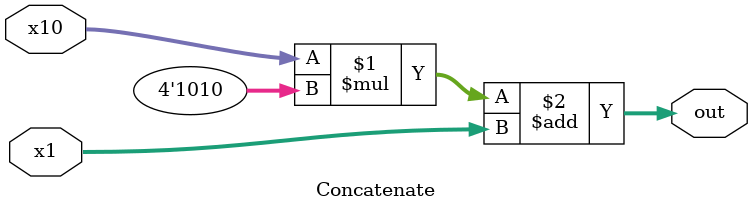
<source format=v>
module Concatenate(
input [3:0] x10, x1,
output [6:0] out);

assign out = x10*(4'd10)+x1;

endmodule

</source>
